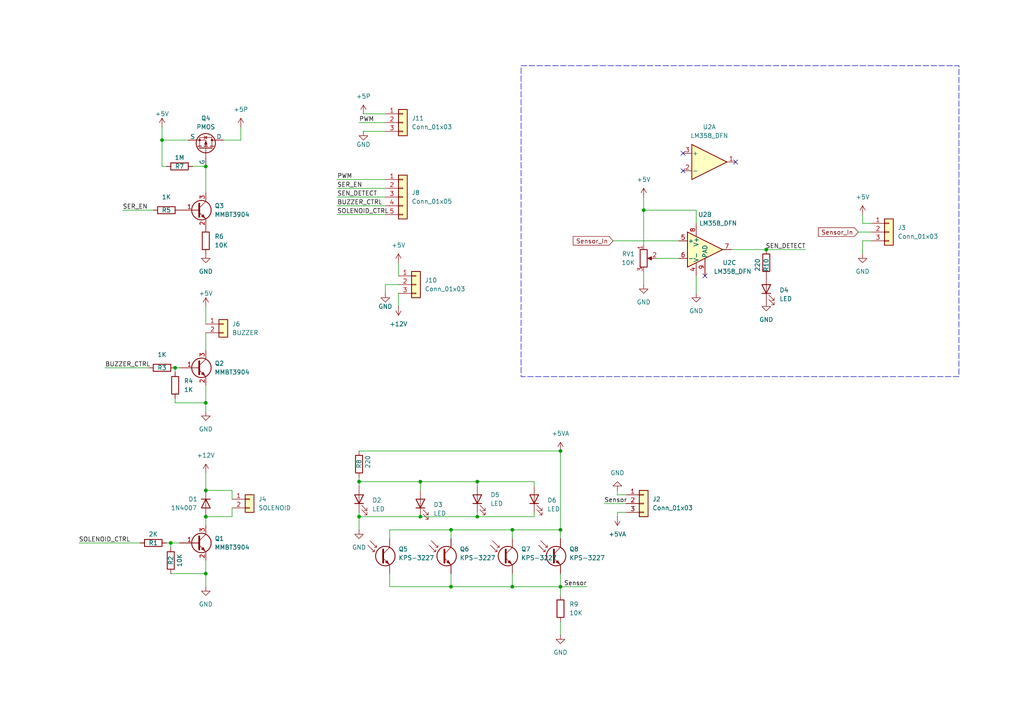
<source format=kicad_sch>
(kicad_sch (version 20231120) (generator "eeschema") (generator_version "8.0")
  (paper "A4")
  (lib_symbols
    (symbol "+5V_1" (power) (pin_numbers hide) (pin_names (offset 0) hide)
      (property "Value" "+5V" (at 0 3.556 0))
      (symbol "+5V_1_0_1"
        (polyline (pts (xy -0.762 1.27) (xy 0 2.54)))
        (polyline (pts (xy 0 0) (xy 0 2.54)))
        (polyline (pts (xy 0 2.54) (xy 0.762 1.27)))
      )
      (symbol "+5V_1_1_1"
        (pin power_in line (at 0 0 90) (length 0) (name "~") (number "1"))
      )
    )
    (symbol "Amplifier_Operational:LM358_DFN" (pin_names (offset 0.127))
      (property "Reference" "U" (at 0 5.08 0))
      (property "Value" "LM358_DFN" (at 0 -5.08 0))
      (symbol "LM358_DFN_1_1"
        (polyline (pts (xy -5.08 5.08) (xy 5.08 0) (xy -5.08 -5.08) (xy -5.08 5.08)) (stroke (width 0.254)) (fill (type background)))
        (pin output line (at 7.62 0 180) (length 2.54) (name "~") (number "1"))
        (pin input line (at -7.62 -2.54 0) (length 2.54) (name "-") (number "2"))
        (pin input line (at -7.62 2.54 0) (length 2.54) (name "+") (number "3"))
      )
      (symbol "LM358_DFN_2_1"
        (polyline (pts (xy -5.08 5.08) (xy 5.08 0) (xy -5.08 -5.08) (xy -5.08 5.08)) (stroke (width 0.254)) (fill (type background)))
        (pin input line (at -7.62 2.54 0) (length 2.54) (name "+") (number "5"))
        (pin input line (at -7.62 -2.54 0) (length 2.54) (name "-") (number "6"))
        (pin output line (at 7.62 0 180) (length 2.54) (name "~") (number "7"))
      )
      (symbol "LM358_DFN_3_1"
        (pin power_in line (at -2.54 -7.62 90) (length 3.81) (name "V-") (number "4"))
        (pin power_in line (at -2.54 7.62 270) (length 3.81) (name "V+") (number "8"))
        (pin power_in line (at 0 -7.62 90) (length 5.08) (name "PAD") (number "9"))
      )
    )
    (symbol "Connector_Generic:Conn_01x02" (pin_names (offset 1.016) hide)
      (property "Reference" "J" (at 0 2.54 0))
      (property "Value" "Conn_01x02" (at 0 -5.08 0))
      (symbol "Conn_01x02_1_1"
        (rectangle (start -1.27 -2.413) (end 0 -2.667) (stroke (width 0.1524)))
        (rectangle (start -1.27 0.127) (end 0 -0.127) (stroke (width 0.1524)))
        (rectangle (start -1.27 1.27) (end 1.27 -3.81) (stroke (width 0.254)) (fill (type background)))
        (pin passive line (at -5.08 0 0) (length 3.81) (name "Pin_1") (number "1"))
        (pin passive line (at -5.08 -2.54 0) (length 3.81) (name "Pin_2") (number "2"))
      )
    )
    (symbol "Connector_Generic:Conn_01x03" (pin_names (offset 1.016) hide)
      (property "Reference" "J" (at 0 5.08 0))
      (property "Value" "Conn_01x03" (at 0 -5.08 0))
      (symbol "Conn_01x03_1_1"
        (rectangle (start -1.27 -2.413) (end 0 -2.667) (stroke (width 0.1524)))
        (rectangle (start -1.27 0.127) (end 0 -0.127) (stroke (width 0.1524)))
        (rectangle (start -1.27 2.667) (end 0 2.413) (stroke (width 0.1524)))
        (rectangle (start -1.27 3.81) (end 1.27 -3.81) (stroke (width 0.254)) (fill (type background)))
        (pin passive line (at -5.08 2.54 0) (length 3.81) (name "Pin_1") (number "1"))
        (pin passive line (at -5.08 0 0) (length 3.81) (name "Pin_2") (number "2"))
        (pin passive line (at -5.08 -2.54 0) (length 3.81) (name "Pin_3") (number "3"))
      )
    )
    (symbol "Connector_Generic:Conn_01x05" (pin_names (offset 1.016) hide)
      (property "Reference" "J" (at 0 7.62 0))
      (property "Value" "Conn_01x05" (at 0 -7.62 0))
      (symbol "Conn_01x05_1_1"
        (rectangle (start -1.27 -4.953) (end 0 -5.207) (stroke (width 0.1524)))
        (rectangle (start -1.27 -2.413) (end 0 -2.667) (stroke (width 0.1524)))
        (rectangle (start -1.27 0.127) (end 0 -0.127) (stroke (width 0.1524)))
        (rectangle (start -1.27 2.667) (end 0 2.413) (stroke (width 0.1524)))
        (rectangle (start -1.27 5.207) (end 0 4.953) (stroke (width 0.1524)))
        (rectangle (start -1.27 6.35) (end 1.27 -6.35) (stroke (width 0.254)) (fill (type background)))
        (pin passive line (at -5.08 5.08 0) (length 3.81) (name "Pin_1") (number "1"))
        (pin passive line (at -5.08 2.54 0) (length 3.81) (name "Pin_2") (number "2"))
        (pin passive line (at -5.08 0 0) (length 3.81) (name "Pin_3") (number "3"))
        (pin passive line (at -5.08 -2.54 0) (length 3.81) (name "Pin_4") (number "4"))
        (pin passive line (at -5.08 -5.08 0) (length 3.81) (name "Pin_5") (number "5"))
      )
    )
    (symbol "Device:LED" (pin_numbers hide) (pin_names (offset 1.016) hide)
      (property "Reference" "D" (at 0 2.54 0))
      (property "Value" "LED" (at 0 -2.54 0))
      (symbol "LED_0_1"
        (polyline (pts (xy -1.27 -1.27) (xy -1.27 1.27)) (stroke (width 0.254)))
        (polyline (pts (xy -1.27 0) (xy 1.27 0)))
        (polyline (pts (xy 1.27 -1.27) (xy 1.27 1.27) (xy -1.27 0) (xy 1.27 -1.27)) (stroke (width 0.254)))
        (polyline (pts (xy -3.048 -0.762) (xy -4.572 -2.286) (xy -3.81 -2.286) (xy -4.572 -2.286) (xy -4.572 -1.524)))
        (polyline (pts (xy -1.778 -0.762) (xy -3.302 -2.286) (xy -2.54 -2.286) (xy -3.302 -2.286) (xy -3.302 -1.524)))
      )
      (symbol "LED_1_1"
        (pin passive line (at -3.81 0 0) (length 2.54) (name "K") (number "1"))
        (pin passive line (at 3.81 0 180) (length 2.54) (name "A") (number "2"))
      )
    )
    (symbol "Device:R" (pin_numbers hide) (pin_names (offset 0))
      (property "Reference" "R" (at 2.032 0 90))
      (property "Value" "R" (at 0 0 90))
      (symbol "R_0_1"
        (rectangle (start -1.016 -2.54) (end 1.016 2.54) (stroke (width 0.254)))
      )
      (symbol "R_1_1"
        (pin passive line (at 0 3.81 270) (length 1.27) (name "~") (number "1"))
        (pin passive line (at 0 -3.81 90) (length 1.27) (name "~") (number "2"))
      )
    )
    (symbol "Device:R_Potentiometer" (pin_names (offset 1.016) hide)
      (property "Reference" "RV" (at -4.445 0 90))
      (property "Value" "R_Potentiometer" (at -2.54 0 90))
      (symbol "R_Potentiometer_0_1"
        (polyline (pts (xy 2.54 0) (xy 1.524 0)))
        (polyline (pts (xy 1.143 0) (xy 2.286 0.508) (xy 2.286 -0.508) (xy 1.143 0)) (fill (type outline)))
        (rectangle (start 1.016 2.54) (end -1.016 -2.54) (stroke (width 0.254)))
      )
      (symbol "R_Potentiometer_1_1"
        (pin passive line (at 0 3.81 270) (length 1.27) (name "1") (number "1"))
        (pin passive line (at 3.81 0 180) (length 1.27) (name "2") (number "2"))
        (pin passive line (at 0 -3.81 90) (length 1.27) (name "3") (number "3"))
      )
    )
    (symbol "Diode:1N4007" (pin_numbers hide) (pin_names hide)
      (property "Reference" "D" (at 0 2.54 0))
      (property "Value" "1N4007" (at 0 -2.54 0))
      (symbol "1N4007_0_1"
        (polyline (pts (xy -1.27 1.27) (xy -1.27 -1.27)) (stroke (width 0.254)))
        (polyline (pts (xy 1.27 0) (xy -1.27 0)))
        (polyline (pts (xy 1.27 1.27) (xy 1.27 -1.27) (xy -1.27 0) (xy 1.27 1.27)) (stroke (width 0.254)))
      )
      (symbol "1N4007_1_1"
        (pin passive line (at -3.81 0 0) (length 2.54) (name "K") (number "1"))
        (pin passive line (at 3.81 0 180) (length 2.54) (name "A") (number "2"))
      )
    )
    (symbol "Sensor_Optical:KPS-3227" (pin_numbers hide)
      (property "Reference" "Q" (at 3.81 1.27 0))
      (property "Value" "KPS-3227" (at 7.62 -1.27 0))
      (symbol "KPS-3227_1_1"
        (circle (center -1.27 0) (radius 2.8194) (stroke (width 0.254)))
        (polyline (pts (xy -4.445 1.27) (xy -5.08 1.27)))
        (polyline (pts (xy -3.81 2.54) (xy -4.445 2.54)))
        (polyline (pts (xy -1.905 0.635) (xy 0 2.54)))
        (polyline (pts (xy -6.35 3.175) (xy -4.445 1.27) (xy -4.445 1.905)))
        (polyline (pts (xy -5.715 4.445) (xy -3.81 2.54) (xy -3.81 3.175)))
        (polyline (pts (xy -1.905 -0.635) (xy 0 -2.54) (xy 0 -2.54)))
        (polyline (pts (xy -1.905 1.905) (xy -1.905 -1.905) (xy -1.905 -1.905)) (stroke (width 0.508)))
        (polyline (pts (xy -1.27 -1.778) (xy -0.762 -1.27) (xy -0.254 -2.286) (xy -1.27 -1.778) (xy -1.27 -1.778)) (fill (type outline)))
        (pin passive line (at 0 5.08 270) (length 2.54) (name "~") (number "1"))
        (pin passive line (at 0 -5.08 90) (length 2.54) (name "~") (number "2"))
        (pin passive line (at 0 5.08 270) (length 2.54) hide (name "~") (number "3"))
        (pin passive line (at 0 -5.08 90) (length 2.54) hide (name "~") (number "4"))
      )
    )
    (symbol "Simulation_SPICE:PMOS" (pin_numbers hide) (pin_names (offset 0))
      (property "Reference" "Q" (at 5.08 1.27 0))
      (property "Value" "PMOS" (at 5.08 -1.27 0))
      (symbol "PMOS_0_1"
        (polyline (pts (xy 0.254 0) (xy -2.54 0)))
        (polyline (pts (xy 0.254 1.905) (xy 0.254 -1.905)) (stroke (width 0.254)))
        (polyline (pts (xy 0.762 -1.27) (xy 0.762 -2.286)) (stroke (width 0.254)))
        (polyline (pts (xy 0.762 0.508) (xy 0.762 -0.508)) (stroke (width 0.254)))
        (polyline (pts (xy 0.762 2.286) (xy 0.762 1.27)) (stroke (width 0.254)))
        (polyline (pts (xy 2.54 2.54) (xy 2.54 1.778)))
        (polyline (pts (xy 2.54 -2.54) (xy 2.54 0) (xy 0.762 0)))
        (polyline (pts (xy 0.762 1.778) (xy 3.302 1.778) (xy 3.302 -1.778) (xy 0.762 -1.778)))
        (polyline (pts (xy 2.286 0) (xy 1.27 0.381) (xy 1.27 -0.381) (xy 2.286 0)) (fill (type outline)))
        (polyline (pts (xy 2.794 -0.508) (xy 2.921 -0.381) (xy 3.683 -0.381) (xy 3.81 -0.254)))
        (polyline (pts (xy 3.302 -0.381) (xy 2.921 0.254) (xy 3.683 0.254) (xy 3.302 -0.381)))
        (circle (center 1.651 0) (radius 2.794) (stroke (width 0.254)))
        (circle (center 2.54 -1.778) (radius 0.254) (fill (type outline)))
        (circle (center 2.54 1.778) (radius 0.254) (fill (type outline)))
      )
      (symbol "PMOS_1_1"
        (pin passive line (at 2.54 5.08 270) (length 2.54) (name "D") (number "1"))
        (pin input line (at -5.08 0 0) (length 2.54) (name "G") (number "2"))
        (pin passive line (at 2.54 -5.08 90) (length 2.54) (name "S") (number "3"))
      )
    )
    (symbol "Transistor_BJT:MMBT3904" (pin_names (offset 0) hide)
      (property "Reference" "Q" (at 5.08 1.905 0))
      (property "Value" "MMBT3904" (at 5.08 0 0))
      (symbol "MMBT3904_0_1"
        (polyline (pts (xy 0.635 0.635) (xy 2.54 2.54)))
        (polyline (pts (xy 0.635 -0.635) (xy 2.54 -2.54) (xy 2.54 -2.54)))
        (polyline (pts (xy 0.635 1.905) (xy 0.635 -1.905) (xy 0.635 -1.905)) (stroke (width 0.508)))
        (polyline (pts (xy 1.27 -1.778) (xy 1.778 -1.27) (xy 2.286 -2.286) (xy 1.27 -1.778) (xy 1.27 -1.778)) (fill (type outline)))
        (circle (center 1.27 0) (radius 2.8194) (stroke (width 0.254)))
      )
      (symbol "MMBT3904_1_1"
        (pin input line (at -5.08 0 0) (length 5.715) (name "B") (number "1"))
        (pin passive line (at 2.54 -5.08 90) (length 2.54) (name "E") (number "2"))
        (pin passive line (at 2.54 5.08 270) (length 2.54) (name "C") (number "3"))
      )
    )
    (symbol "power:+12V" (power) (pin_numbers hide) (pin_names (offset 0) hide)
      (property "Value" "+12V" (at 0 3.556 0))
      (symbol "+12V_0_1"
        (polyline (pts (xy -0.762 1.27) (xy 0 2.54)))
        (polyline (pts (xy 0 0) (xy 0 2.54)))
        (polyline (pts (xy 0 2.54) (xy 0.762 1.27)))
      )
      (symbol "+12V_1_1"
        (pin power_in line (at 0 0 90) (length 0) (name "~") (number "1"))
      )
    )
    (symbol "power:+5P" (power) (pin_numbers hide) (pin_names (offset 0) hide)
      (property "Value" "+5P" (at 0 3.556 0))
      (symbol "+5P_0_1"
        (polyline (pts (xy -0.762 1.27) (xy 0 2.54)))
        (polyline (pts (xy 0 0) (xy 0 2.54)))
        (polyline (pts (xy 0 2.54) (xy 0.762 1.27)))
      )
      (symbol "+5P_1_1"
        (pin power_in line (at 0 0 90) (length 0) (name "~") (number "1"))
      )
    )
    (symbol "power:+5V" (power) (pin_numbers hide) (pin_names (offset 0) hide)
      (property "Value" "+5V" (at 0 3.556 0))
      (symbol "+5V_0_1"
        (polyline (pts (xy -0.762 1.27) (xy 0 2.54)))
        (polyline (pts (xy 0 0) (xy 0 2.54)))
        (polyline (pts (xy 0 2.54) (xy 0.762 1.27)))
      )
      (symbol "+5V_1_1"
        (pin power_in line (at 0 0 90) (length 0) (name "~") (number "1"))
      )
    )
    (symbol "power:+5VA" (power) (pin_numbers hide) (pin_names (offset 0) hide)
      (property "Value" "+5VA" (at 0 3.556 0))
      (symbol "+5VA_0_1"
        (polyline (pts (xy -0.762 1.27) (xy 0 2.54)))
        (polyline (pts (xy 0 0) (xy 0 2.54)))
        (polyline (pts (xy 0 2.54) (xy 0.762 1.27)))
      )
      (symbol "+5VA_1_1"
        (pin power_in line (at 0 0 90) (length 0) (name "~") (number "1"))
      )
    )
    (symbol "power:GND" (power) (pin_numbers hide) (pin_names (offset 0) hide)
      (property "Value" "GND" (at 0 -3.81 0))
      (symbol "GND_0_1"
        (polyline (pts (xy 0 0) (xy 0 -1.27) (xy 1.27 -1.27) (xy 0 -2.54) (xy -1.27 -1.27) (xy 0 -1.27)))
      )
      (symbol "GND_1_1"
        (pin power_in line (at 0 0 270) (length 0) (name "~") (number "1"))
      )
    )
  )
  (junction (at 130.81 170.18))
  (junction (at 148.59 170.18))
  (junction (at 50.8 106.68))
  (junction (at 121.92 139.7))
  (junction (at 59.69 166.37))
  (junction (at 186.69 60.96))
  (junction (at 121.92 149.86))
  (junction (at 59.69 142.24))
  (junction (at 148.59 153.67))
  (junction (at 104.14 149.86))
  (junction (at 59.69 48.26))
  (junction (at 162.56 130.81))
  (junction (at 130.81 153.67))
  (junction (at 46.99 40.64))
  (junction (at 138.43 149.86))
  (junction (at 138.43 139.7))
  (junction (at 162.56 153.67))
  (junction (at 49.53 157.48))
  (junction (at 59.69 116.84))
  (junction (at 59.69 149.86))
  (junction (at 162.56 170.18))
  (junction (at 222.25 72.39))
  (junction (at 104.14 139.7))
  (no_connect (at 198.12 49.53))
  (no_connect (at 213.36 46.99))
  (no_connect (at 198.12 44.45))
  (no_connect (at 204.47 80.01))
  (wire (pts (xy 201.93 60.96) (xy 186.69 60.96)))
  (wire (pts (xy 105.41 38.1) (xy 111.76 38.1)))
  (wire (pts (xy 186.69 57.15) (xy 186.69 60.96)))
  (wire (pts (xy 186.69 60.96) (xy 186.69 71.12)))
  (wire (pts (xy 104.14 138.43) (xy 104.14 139.7)))
  (wire (pts (xy 130.81 170.18) (xy 148.59 170.18)))
  (wire (pts (xy 59.69 137.16) (xy 59.69 142.24)))
  (wire (pts (xy 104.14 148.59) (xy 104.14 149.86)))
  (wire (pts (xy 248.92 67.31) (xy 252.73 67.31)))
  (wire (pts (xy 148.59 153.67) (xy 148.59 156.21)))
  (wire (pts (xy 115.57 88.9) (xy 115.57 85.09)))
  (wire (pts (xy 69.85 36.83) (xy 69.85 40.64)))
  (wire (pts (xy 179.07 148.59) (xy 179.07 149.86)))
  (wire (pts (xy 121.92 149.86) (xy 138.43 149.86)))
  (wire (pts (xy 252.73 69.85) (xy 250.19 69.85)))
  (wire (pts (xy 97.79 52.07) (xy 111.76 52.07)))
  (wire (pts (xy 162.56 153.67) (xy 162.56 156.21)))
  (wire (pts (xy 104.14 35.56) (xy 111.76 35.56)))
  (wire (pts (xy 49.53 157.48) (xy 52.07 157.48)))
  (wire (pts (xy 130.81 153.67) (xy 130.81 156.21)))
  (wire (pts (xy 148.59 166.37) (xy 148.59 170.18)))
  (wire (pts (xy 97.79 62.23) (xy 111.76 62.23)))
  (wire (pts (xy 35.56 60.96) (xy 44.45 60.96)))
  (wire (pts (xy 154.94 139.7) (xy 154.94 140.97)))
  (wire (pts (xy 113.03 170.18) (xy 130.81 170.18)))
  (wire (pts (xy 111.76 82.55) (xy 115.57 82.55)))
  (wire (pts (xy 22.86 157.48) (xy 40.64 157.48)))
  (wire (pts (xy 121.92 139.7) (xy 121.92 142.24)))
  (wire (pts (xy 233.68 72.39) (xy 222.25 72.39)))
  (wire (pts (xy 46.99 48.26) (xy 46.99 40.64)))
  (wire (pts (xy 130.81 153.67) (xy 148.59 153.67)))
  (wire (pts (xy 104.14 149.86) (xy 104.14 153.67)))
  (wire (pts (xy 250.19 64.77) (xy 252.73 64.77)))
  (wire (pts (xy 113.03 153.67) (xy 130.81 153.67)))
  (wire (pts (xy 67.31 147.32) (xy 67.31 149.86)))
  (wire (pts (xy 148.59 153.67) (xy 162.56 153.67)))
  (wire (pts (xy 179.07 142.24) (xy 179.07 143.51)))
  (wire (pts (xy 48.26 157.48) (xy 49.53 157.48)))
  (wire (pts (xy 46.99 40.64) (xy 54.61 40.64)))
  (wire (pts (xy 154.94 149.86) (xy 154.94 148.59)))
  (wire (pts (xy 59.69 96.52) (xy 59.69 101.6)))
  (wire (pts (xy 201.93 80.01) (xy 201.93 85.09)))
  (wire (pts (xy 55.88 48.26) (xy 59.69 48.26)))
  (wire (pts (xy 50.8 106.68) (xy 52.07 106.68)))
  (wire (pts (xy 50.8 107.95) (xy 50.8 106.68)))
  (wire (pts (xy 113.03 170.18) (xy 113.03 166.37)))
  (wire (pts (xy 190.5 74.93) (xy 196.85 74.93)))
  (wire (pts (xy 121.92 139.7) (xy 138.43 139.7)))
  (wire (pts (xy 49.53 158.75) (xy 49.53 157.48)))
  (wire (pts (xy 250.19 62.23) (xy 250.19 64.77)))
  (wire (pts (xy 97.79 59.69) (xy 111.76 59.69)))
  (wire (pts (xy 59.69 88.9) (xy 59.69 93.98)))
  (wire (pts (xy 115.57 76.2) (xy 115.57 80.01)))
  (wire (pts (xy 67.31 142.24) (xy 67.31 144.78)))
  (wire (pts (xy 59.69 149.86) (xy 67.31 149.86)))
  (wire (pts (xy 50.8 115.57) (xy 50.8 116.84)))
  (wire (pts (xy 59.69 142.24) (xy 67.31 142.24)))
  (wire (pts (xy 250.19 69.85) (xy 250.19 73.66)))
  (wire (pts (xy 104.14 149.86) (xy 121.92 149.86)))
  (wire (pts (xy 162.56 130.81) (xy 162.56 153.67)))
  (wire (pts (xy 104.14 139.7) (xy 104.14 140.97)))
  (wire (pts (xy 104.14 130.81) (xy 162.56 130.81)))
  (wire (pts (xy 49.53 166.37) (xy 59.69 166.37)))
  (wire (pts (xy 175.26 146.05) (xy 181.61 146.05)))
  (wire (pts (xy 104.14 139.7) (xy 121.92 139.7)))
  (wire (pts (xy 181.61 148.59) (xy 179.07 148.59)))
  (wire (pts (xy 59.69 48.26) (xy 59.69 55.88)))
  (wire (pts (xy 59.69 162.56) (xy 59.69 166.37)))
  (wire (pts (xy 162.56 170.18) (xy 162.56 172.72)))
  (wire (pts (xy 162.56 170.18) (xy 170.18 170.18)))
  (wire (pts (xy 64.77 40.64) (xy 69.85 40.64)))
  (wire (pts (xy 113.03 153.67) (xy 113.03 156.21)))
  (wire (pts (xy 59.69 116.84) (xy 59.69 111.76)))
  (wire (pts (xy 111.76 82.55) (xy 111.76 85.09)))
  (wire (pts (xy 201.93 60.96) (xy 201.93 64.77)))
  (wire (pts (xy 138.43 148.59) (xy 138.43 149.86)))
  (wire (pts (xy 46.99 48.26) (xy 48.26 48.26)))
  (wire (pts (xy 97.79 54.61) (xy 111.76 54.61)))
  (wire (pts (xy 186.69 78.74) (xy 186.69 82.55)))
  (wire (pts (xy 59.69 116.84) (xy 59.69 119.38)))
  (wire (pts (xy 138.43 139.7) (xy 138.43 140.97)))
  (wire (pts (xy 105.41 33.02) (xy 111.76 33.02)))
  (wire (pts (xy 212.09 72.39) (xy 222.25 72.39)))
  (wire (pts (xy 148.59 170.18) (xy 162.56 170.18)))
  (wire (pts (xy 30.48 106.68) (xy 43.18 106.68)))
  (wire (pts (xy 138.43 139.7) (xy 154.94 139.7)))
  (wire (pts (xy 162.56 180.34) (xy 162.56 184.15)))
  (wire (pts (xy 179.07 143.51) (xy 181.61 143.51)))
  (wire (pts (xy 162.56 166.37) (xy 162.56 170.18)))
  (wire (pts (xy 138.43 149.86) (xy 154.94 149.86)))
  (wire (pts (xy 177.8 69.85) (xy 196.85 69.85)))
  (wire (pts (xy 111.76 57.15) (xy 97.79 57.15)))
  (wire (pts (xy 46.99 36.83) (xy 46.99 40.64)))
  (wire (pts (xy 59.69 166.37) (xy 59.69 170.18)))
  (wire (pts (xy 59.69 149.86) (xy 59.69 152.4)))
  (wire (pts (xy 50.8 116.84) (xy 59.69 116.84)))
  (wire (pts (xy 130.81 166.37) (xy 130.81 170.18)))
  (rectangle (start 151.13 19.05) (end 278.13 109.22) (stroke (width 0) (type dash)))
  (label "SER_EN" (at 35.56 60.96 0))
  (label "BUZZER_CTRL" (at 30.48 106.68 0))
  (label "BUZZER_CTRL" (at 97.79 59.69 0))
  (label "PWM" (at 104.14 35.56 0))
  (label "Sensor" (at 175.26 146.05 0))
  (label "SER_EN" (at 97.79 54.61 0))
  (label "SOLENOID_CTRL" (at 97.79 62.23 0))
  (label "SEN_DETECT" (at 233.68 72.39 180))
  (label "SOLENOID_CTRL" (at 22.86 157.48 0))
  (label "PWM" (at 97.79 52.07 0))
  (label "SEN_DETECT" (at 97.79 57.15 0))
  (label "Sensor" (at 170.18 170.18 180))
  (global_label "Sensor_In" (shape input) (at 177.8 69.85 180) (property "Intersheetrefs" "${INTERSHEET_REFS}" (effects (hide yes))))
  (global_label "Sensor_In" (shape input) (at 248.92 67.31 180) (property "Intersheetrefs" "${INTERSHEET_REFS}" (effects (hide yes))))
  (symbol (lib_id "power:GND") (at 59.69 119.38 0) (unit 1)
    (property "Reference" "#PWR08" (effects (hide yes)))
    (property "Value" "GND" (at 59.69 124.46 0))
    (property "Description" "Power symbol creates a global label with name \"GND\" , ground" (effects (hide yes)))
  )
  (symbol (lib_id "Connector_Generic:Conn_01x03") (at 186.69 146.05 0) (unit 1)
    (property "Reference" "J2" (at 189.23 144.7799 0) (effects (justify left)))
    (property "Value" "Conn_01x03" (at 189.23 147.3199 0) (effects (justify left)))
    (property "Footprint" "Connector_JST:JST_XH_S3B-XH-A-1_1x03_P2.50mm_Horizontal" (effects (hide yes)))
    (property "Description" "Generic connector, single row, 01x03, script generated (kicad-library-utils/schlib/autogen/connector/)" (effects (hide yes)))
  )
  (symbol (lib_id "Sensor_Optical:KPS-3227") (at 162.56 161.29 0) (unit 1)
    (property "Reference" "Q8" (at 165.1 159.2706 0) (effects (justify left)))
    (property "Value" "KPS-3227" (at 165.1 161.8106 0) (effects (justify left)))
    (property "Footprint" "LED_SMD:LED_1206_3216Metric" (effects (hide yes)))
    (property "Datasheet" "https://www.kingbright.com/attachments/file/psearch/000/00/00/KPS-3227SP1C(Ver.16).pdf" (effects (hide yes)))
    (property "Description" "Ambient light NPN phototransistor, KPS-3227" (effects (hide yes)))
  )
  (symbol (lib_id "Device:R_Potentiometer") (at 186.69 74.93 0) (unit 1)
    (property "Reference" "RV1" (at 184.15 73.6599 0) (effects (justify right)))
    (property "Value" "10K" (at 184.15 76.1999 0) (effects (justify right)))
    (property "Footprint" "Potentiometer_THT:Potentiometer_Piher_PT-6-V_Vertical" (effects (hide yes)))
    (property "Description" "Potentiometer" (effects (hide yes)))
  )
  (symbol (lib_id "power:GND") (at 59.69 73.66 0) (unit 1)
    (property "Reference" "#PWR014" (effects (hide yes)))
    (property "Value" "GND" (at 59.69 78.74 0))
    (property "Description" "Power symbol creates a global label with name \"GND\" , ground" (effects (hide yes)))
  )
  (symbol (lib_id "Device:R") (at 49.53 162.56 180) (unit 1)
    (property "Reference" "R2" (at 49.53 162.56 90))
    (property "Value" "10K" (at 52.07 162.56 90))
    (property "Footprint" "Resistor_SMD:R_0603_1608Metric" (effects (hide yes)))
    (property "Description" "Resistor" (effects (hide yes)))
  )
  (symbol (lib_id "Device:R") (at 50.8 111.76 180) (unit 1)
    (property "Reference" "R4" (at 53.34 110.49 0) (effects (justify right)))
    (property "Value" "1K" (at 53.34 113.0299 0) (effects (justify right)))
    (property "Footprint" "Resistor_SMD:R_0603_1608Metric" (effects (hide yes)))
    (property "Description" "Resistor" (effects (hide yes)))
  )
  (symbol (lib_id "Connector_Generic:Conn_01x05") (at 116.84 57.15 0) (unit 1)
    (property "Reference" "J8" (at 119.38 55.8799 0) (effects (justify left)))
    (property "Value" "Conn_01x05" (at 119.38 58.4199 0) (effects (justify left)))
    (property "Footprint" "Connector_PinHeader_2.54mm:PinHeader_1x05_P2.54mm_Vertical" (effects (hide yes)))
    (property "Description" "Generic connector, single row, 01x05, script generated (kicad-library-utils/schlib/autogen/connector/)" (effects (hide yes)))
  )
  (symbol (lib_id "power:GND") (at 222.25 87.63 0) (unit 1)
    (property "Reference" "#PWR022" (effects (hide yes)))
    (property "Value" "GND" (at 222.25 92.71 0))
    (property "Description" "Power symbol creates a global label with name \"GND\" , ground" (effects (hide yes)))
  )
  (symbol (lib_id "Connector_Generic:Conn_01x02") (at 72.39 144.78 0) (unit 1)
    (property "Reference" "J4" (at 74.93 144.7799 0) (effects (justify left)))
    (property "Value" "SOLENOID" (at 74.93 147.3199 0) (effects (justify left)))
    (property "Footprint" "Connector_Molex:Molex_KK-254_AE-6410-02A_1x02_P2.54mm_Vertical" (effects (hide yes)))
    (property "Description" "Generic connector, single row, 01x02, script generated (kicad-library-utils/schlib/autogen/connector/)" (effects (hide yes)))
  )
  (symbol (lib_id "Device:R") (at 162.56 176.53 180) (unit 1)
    (property "Reference" "R9" (at 165.1 175.26 0) (effects (justify right)))
    (property "Value" "10K" (at 165.1 177.7999 0) (effects (justify right)))
    (property "Footprint" "Resistor_SMD:R_0603_1608Metric" (effects (hide yes)))
    (property "Description" "Resistor" (effects (hide yes)))
  )
  (symbol (lib_name "+5V_1") (lib_id "power:+5V") (at 115.57 76.2 0) (unit 1)
    (property "Reference" "#PWR056" (effects (hide yes)))
    (property "Value" "+5V" (at 115.57 71.12 0))
    (property "Description" "Power symbol creates a global label with name \"+5V\"" (effects (hide yes)))
  )
  (symbol (lib_id "power:+5V") (at 186.69 57.15 0) (unit 1)
    (property "Reference" "#PWR018" (effects (hide yes)))
    (property "Value" "+5V" (at 186.69 52.07 0))
    (property "Description" "Power symbol creates a global label with name \"+5V\"" (effects (hide yes)))
  )
  (symbol (lib_id "power:+12V") (at 59.69 137.16 0) (unit 1)
    (property "Reference" "#PWR04" (effects (hide yes)))
    (property "Value" "+12V" (at 59.69 132.08 0))
    (property "Description" "Power symbol creates a global label with name \"+12V\"" (effects (hide yes)))
  )
  (symbol (lib_id "Device:R") (at 44.45 157.48 90) (unit 1)
    (property "Reference" "R1" (at 44.45 157.48 90))
    (property "Value" "2K" (at 44.45 154.94 90))
    (property "Footprint" "Resistor_SMD:R_0603_1608Metric" (effects (hide yes)))
    (property "Description" "Resistor" (effects (hide yes)))
  )
  (symbol (lib_id "Device:R") (at 46.99 106.68 90) (unit 1)
    (property "Reference" "R3" (at 46.99 106.68 90))
    (property "Value" "1K" (at 46.99 102.87 90))
    (property "Footprint" "Resistor_SMD:R_0603_1608Metric" (effects (hide yes)))
    (property "Description" "Resistor" (effects (hide yes)))
  )
  (symbol (lib_id "power:GND") (at 179.07 142.24 180) (unit 1)
    (property "Reference" "#PWR051" (effects (hide yes)))
    (property "Value" "GND" (at 179.07 137.16 0))
    (property "Description" "Power symbol creates a global label with name \"GND\" , ground" (effects (hide yes)))
  )
  (symbol (lib_id "power:+5V") (at 59.69 88.9 0) (unit 1)
    (property "Reference" "#PWR07" (effects (hide yes)))
    (property "Value" "+5V" (at 59.69 85.09 0))
    (property "Description" "Power symbol creates a global label with name \"+5V\"" (effects (hide yes)))
  )
  (symbol (lib_id "Device:LED") (at 138.43 144.78 90) (unit 1)
    (property "Reference" "D5" (at 142.24 143.51 90) (effects (justify right)))
    (property "Value" "LED" (at 142.24 146.05 90) (effects (justify right)))
    (property "Footprint" "LED_SMD:LED_1206_3216Metric" (effects (hide yes)))
    (property "Description" "Light emitting diode" (effects (hide yes)))
  )
  (symbol (lib_id "power:GND") (at 186.69 82.55 0) (unit 1)
    (property "Reference" "#PWR019" (effects (hide yes)))
    (property "Value" "GND" (at 186.69 87.63 0))
    (property "Description" "Power symbol creates a global label with name \"GND\" , ground" (effects (hide yes)))
  )
  (symbol (lib_id "Sensor_Optical:KPS-3227") (at 130.81 161.29 0) (unit 1)
    (property "Reference" "Q6" (at 133.35 159.2706 0) (effects (justify left)))
    (property "Value" "KPS-3227" (at 133.35 161.8106 0) (effects (justify left)))
    (property "Footprint" "LED_SMD:LED_1206_3216Metric" (effects (hide yes)))
    (property "Datasheet" "https://www.kingbright.com/attachments/file/psearch/000/00/00/KPS-3227SP1C(Ver.16).pdf" (effects (hide yes)))
    (property "Description" "Ambient light NPN phototransistor, KPS-3227" (effects (hide yes)))
  )
  (symbol (lib_id "Connector_Generic:Conn_01x03") (at 257.81 67.31 0) (unit 1)
    (property "Reference" "J3" (at 260.35 66.0399 0) (effects (justify left)))
    (property "Value" "Conn_01x03" (at 260.35 68.5799 0) (effects (justify left)))
    (property "Footprint" "Connector_JST:JST_XH_S3B-XH-A-1_1x03_P2.50mm_Horizontal" (effects (hide yes)))
    (property "Description" "Generic connector, single row, 01x03, script generated (kicad-library-utils/schlib/autogen/connector/)" (effects (hide yes)))
  )
  (symbol (lib_id "power:GND") (at 250.19 73.66 0) (unit 1)
    (property "Reference" "#PWR050" (effects (hide yes)))
    (property "Value" "GND" (at 250.19 78.74 0))
    (property "Description" "Power symbol creates a global label with name \"GND\" , ground" (effects (hide yes)))
  )
  (symbol (lib_id "Amplifier_Operational:LM358_DFN") (at 204.47 72.39 0) (unit 3)
    (property "Reference" "U2" (at 209.55 76.2 0) (effects (justify left)))
    (property "Value" "LM358_DFN" (at 207.01 78.74 0) (effects (justify left)))
    (property "Footprint" "Package_SO:SOIC-8-1EP_3.9x4.9mm_P1.27mm_EP2.29x3mm" (effects (hide yes)))
    (property "Datasheet" "www.st.com/resource/en/datasheet/lm358.pdf" (effects (hide yes)))
    (property "Description" "Low-Power, Dual Operational Amplifiers, DFN-8" (effects (hide yes)))
  )
  (symbol (lib_id "Transistor_BJT:MMBT3904") (at 57.15 106.68 0) (unit 1)
    (property "Reference" "Q2" (at 62.23 105.4099 0) (effects (justify left)))
    (property "Value" "MMBT3904" (at 62.23 107.9499 0) (effects (justify left)))
    (property "Footprint" "Package_TO_SOT_SMD:SOT-23" (effects (hide yes)))
    (property "Datasheet" "https://www.onsemi.com/pdf/datasheet/pzt3904-d.pdf" (effects (hide yes)))
    (property "Description" "0.2A Ic, 40V Vce, Small Signal NPN Transistor, SOT-23" (effects (hide yes)))
  )
  (symbol (lib_id "Device:R") (at 48.26 60.96 90) (unit 1)
    (property "Reference" "R5" (at 48.26 60.96 90))
    (property "Value" "1K" (at 48.26 57.15 90))
    (property "Footprint" "Resistor_SMD:R_0603_1608Metric" (effects (hide yes)))
    (property "Description" "Resistor" (effects (hide yes)))
  )
  (symbol (lib_id "Transistor_BJT:MMBT3904") (at 57.15 60.96 0) (unit 1)
    (property "Reference" "Q3" (at 62.23 59.6899 0) (effects (justify left)))
    (property "Value" "MMBT3904" (at 62.23 62.2299 0) (effects (justify left)))
    (property "Footprint" "Package_TO_SOT_SMD:SOT-23" (effects (hide yes)))
    (property "Datasheet" "https://www.onsemi.com/pdf/datasheet/pzt3904-d.pdf" (effects (hide yes)))
    (property "Description" "0.2A Ic, 40V Vce, Small Signal NPN Transistor, SOT-23" (effects (hide yes)))
  )
  (symbol (lib_id "Connector_Generic:Conn_01x02") (at 64.77 93.98 0) (unit 1)
    (property "Reference" "J6" (at 67.31 93.9799 0) (effects (justify left)))
    (property "Value" "BUZZER" (at 67.31 96.5199 0) (effects (justify left)))
    (property "Footprint" "Connector_Molex:Molex_KK-254_AE-6410-02A_1x02_P2.54mm_Vertical" (effects (hide yes)))
    (property "Description" "Generic connector, single row, 01x02, script generated (kicad-library-utils/schlib/autogen/connector/)" (effects (hide yes)))
  )
  (symbol (lib_id "Diode:1N4007") (at 59.69 146.05 270) (unit 1)
    (property "Reference" "D1" (at 54.61 144.78 90) (effects (justify left)))
    (property "Value" "1N4007" (at 49.53 147.32 90) (effects (justify left)))
    (property "Footprint" "Diode_THT:D_DO-41_SOD81_P10.16mm_Horizontal" (effects (hide yes)))
    (property "Datasheet" "http://www.vishay.com/docs/88503/1n4001.pdf" (effects (hide yes)))
    (property "Description" "1000V 1A General Purpose Rectifier Diode, DO-41" (effects (hide yes)))
    (property "Sim.Device" "D" (effects (hide yes)))
    (property "Sim.Pins" "1=K 2=A" (effects (hide yes)))
  )
  (symbol (lib_id "Sensor_Optical:KPS-3227") (at 113.03 161.29 0) (unit 1)
    (property "Reference" "Q5" (at 115.57 159.2706 0) (effects (justify left)))
    (property "Value" "KPS-3227" (at 115.57 161.8106 0) (effects (justify left)))
    (property "Footprint" "LED_SMD:LED_1206_3216Metric" (effects (hide yes)))
    (property "Datasheet" "https://www.kingbright.com/attachments/file/psearch/000/00/00/KPS-3227SP1C(Ver.16).pdf" (effects (hide yes)))
    (property "Description" "Ambient light NPN phototransistor, KPS-3227" (effects (hide yes)))
  )
  (symbol (lib_id "power:GND") (at 162.56 184.15 0) (unit 1)
    (property "Reference" "#PWR061" (effects (hide yes)))
    (property "Value" "GND" (at 162.56 189.23 0))
    (property "Description" "Power symbol creates a global label with name \"GND\" , ground" (effects (hide yes)))
  )
  (symbol (lib_id "Device:R") (at 222.25 76.2 0) (unit 1)
    (property "Reference" "R10" (at 222.25 74.93 90) (effects (justify right)))
    (property "Value" "220" (at 219.71 74.9301 90) (effects (justify right)))
    (property "Footprint" "Resistor_SMD:R_0603_1608Metric" (effects (hide yes)))
    (property "Description" "Resistor" (effects (hide yes)))
  )
  (symbol (lib_id "power:+5V") (at 250.19 62.23 0) (unit 1)
    (property "Reference" "#PWR049" (effects (hide yes)))
    (property "Value" "+5V" (at 250.19 57.15 0))
    (property "Description" "Power symbol creates a global label with name \"+5V\"" (effects (hide yes)))
  )
  (symbol (lib_id "Transistor_BJT:MMBT3904") (at 57.15 157.48 0) (unit 1)
    (property "Reference" "Q1" (at 62.23 156.2099 0) (effects (justify left)))
    (property "Value" "MMBT3904" (at 62.23 158.7499 0) (effects (justify left)))
    (property "Footprint" "Package_TO_SOT_SMD:SOT-23" (effects (hide yes)))
    (property "Datasheet" "https://www.onsemi.com/pdf/datasheet/pzt3904-d.pdf" (effects (hide yes)))
    (property "Description" "0.2A Ic, 40V Vce, Small Signal NPN Transistor, SOT-23" (effects (hide yes)))
  )
  (symbol (lib_id "power:GND") (at 104.14 153.67 0) (unit 1)
    (property "Reference" "#PWR048" (effects (hide yes)))
    (property "Value" "GND" (at 104.14 158.75 0))
    (property "Description" "Power symbol creates a global label with name \"GND\" , ground" (effects (hide yes)))
  )
  (symbol (lib_id "power:GND") (at 59.69 170.18 0) (unit 1)
    (property "Reference" "#PWR03" (effects (hide yes)))
    (property "Value" "GND" (at 59.69 175.26 0))
    (property "Description" "Power symbol creates a global label with name \"GND\" , ground" (effects (hide yes)))
  )
  (symbol (lib_id "power:+5P") (at 69.85 36.83 0) (unit 1)
    (property "Reference" "#PWR017" (effects (hide yes)))
    (property "Value" "+5P" (at 69.85 31.75 0))
    (property "Description" "Power symbol creates a global label with name \"+5P\"" (effects (hide yes)))
  )
  (symbol (lib_id "Device:R") (at 52.07 48.26 90) (unit 1)
    (property "Reference" "R7" (at 52.07 48.26 90))
    (property "Value" "1M" (at 52.07 45.72 90))
    (property "Footprint" "Resistor_SMD:R_0603_1608Metric" (effects (hide yes)))
    (property "Description" "Resistor" (effects (hide yes)))
  )
  (symbol (lib_id "Device:R") (at 59.69 69.85 180) (unit 1)
    (property "Reference" "R6" (at 62.23 68.58 0) (effects (justify right)))
    (property "Value" "10K" (at 62.23 71.1199 0) (effects (justify right)))
    (property "Footprint" "Resistor_SMD:R_0603_1608Metric" (effects (hide yes)))
    (property "Description" "Resistor" (effects (hide yes)))
  )
  (symbol (lib_id "Amplifier_Operational:LM358_DFN") (at 205.74 46.99 0) (unit 1)
    (property "Reference" "U2" (at 205.74 36.83 0))
    (property "Value" "LM358_DFN" (at 205.74 39.37 0))
    (property "Footprint" "Package_SO:SOIC-8-1EP_3.9x4.9mm_P1.27mm_EP2.29x3mm" (effects (hide yes)))
    (property "Datasheet" "www.st.com/resource/en/datasheet/lm358.pdf" (effects (hide yes)))
    (property "Description" "Low-Power, Dual Operational Amplifiers, DFN-8" (effects (hide yes)))
  )
  (symbol (lib_id "power:+5P") (at 105.41 33.02 0) (unit 1)
    (property "Reference" "#PWR059" (effects (hide yes)))
    (property "Value" "+5P" (at 105.41 27.94 0))
    (property "Description" "Power symbol creates a global label with name \"+5P\"" (effects (hide yes)))
  )
  (symbol (lib_id "Connector_Generic:Conn_01x03") (at 116.84 35.56 0) (unit 1)
    (property "Reference" "J11" (at 119.38 34.2899 0) (effects (justify left)))
    (property "Value" "Conn_01x03" (at 119.38 36.8299 0) (effects (justify left)))
    (property "Footprint" "Connector_Molex:Molex_KK-254_AE-6410-03A_1x03_P2.54mm_Vertical" (effects (hide yes)))
    (property "Description" "Generic connector, single row, 01x03, script generated (kicad-library-utils/schlib/autogen/connector/)" (effects (hide yes)))
  )
  (symbol (lib_id "power:GND") (at 201.93 85.09 0) (unit 1)
    (property "Reference" "#PWR021" (effects (hide yes)))
    (property "Value" "GND" (at 201.93 90.17 0))
    (property "Description" "Power symbol creates a global label with name \"GND\" , ground" (effects (hide yes)))
  )
  (symbol (lib_id "power:+5V") (at 46.99 36.83 0) (unit 1)
    (property "Reference" "#PWR015" (effects (hide yes)))
    (property "Value" "+5V" (at 46.99 33.02 0))
    (property "Description" "Power symbol creates a global label with name \"+5V\"" (effects (hide yes)))
  )
  (symbol (lib_id "power:+5VA") (at 179.07 149.86 0) (mirror x) (unit 1)
    (property "Reference" "#PWR020" (effects (hide yes)))
    (property "Value" "+5VA" (at 179.07 154.94 0))
    (property "Description" "Power symbol creates a global label with name \"+5VA\"" (effects (hide yes)))
  )
  (symbol (lib_id "Device:LED") (at 104.14 144.78 90) (unit 1)
    (property "Reference" "D2" (at 107.95 145.0974 90) (effects (justify right)))
    (property "Value" "LED" (at 107.95 147.6374 90) (effects (justify right)))
    (property "Footprint" "LED_SMD:LED_1206_3216Metric" (effects (hide yes)))
    (property "Description" "Light emitting diode" (effects (hide yes)))
  )
  (symbol (lib_id "Sensor_Optical:KPS-3227") (at 148.59 161.29 0) (unit 1)
    (property "Reference" "Q7" (at 151.13 159.2706 0) (effects (justify left)))
    (property "Value" "KPS-3227" (at 151.13 161.8106 0) (effects (justify left)))
    (property "Footprint" "LED_SMD:LED_1206_3216Metric" (effects (hide yes)))
    (property "Datasheet" "https://www.kingbright.com/attachments/file/psearch/000/00/00/KPS-3227SP1C(Ver.16).pdf" (effects (hide yes)))
    (property "Description" "Ambient light NPN phototransistor, KPS-3227" (effects (hide yes)))
  )
  (symbol (lib_id "Device:LED") (at 222.25 83.82 90) (unit 1)
    (property "Reference" "D4" (at 226.06 84.1374 90) (effects (justify right)))
    (property "Value" "LED" (at 226.06 86.6774 90) (effects (justify right)))
    (property "Footprint" "LED_SMD:LED_0603_1608Metric" (effects (hide yes)))
    (property "Description" "Light emitting diode" (effects (hide yes)))
  )
  (symbol (lib_id "Device:LED") (at 154.94 144.78 90) (unit 1)
    (property "Reference" "D6" (at 158.75 145.0974 90) (effects (justify right)))
    (property "Value" "LED" (at 158.75 147.6374 90) (effects (justify right)))
    (property "Footprint" "LED_SMD:LED_1206_3216Metric" (effects (hide yes)))
    (property "Description" "Light emitting diode" (effects (hide yes)))
  )
  (symbol (lib_id "power:GND") (at 105.41 38.1 0) (unit 1)
    (property "Reference" "#PWR060" (effects (hide yes)))
    (property "Value" "GND" (at 105.41 41.91 0))
    (property "Description" "Power symbol creates a global label with name \"GND\" , ground" (effects (hide yes)))
  )
  (symbol (lib_id "Simulation_SPICE:PMOS") (at 59.69 43.18 270) (mirror x) (unit 1)
    (property "Reference" "Q4" (at 59.69 34.29 90))
    (property "Value" "PMOS" (at 59.69 36.83 90))
    (property "Footprint" "Package_TO_SOT_SMD:SOT-23" (effects (hide yes)))
    (property "Datasheet" "https://ngspice.sourceforge.io/docs/ngspice-html-manual/manual.xhtml#cha_MOSFETs" (effects (hide yes)))
    (property "Description" "P-MOSFET transistor, drain/source/gate" (effects (hide yes)))
    (property "Sim.Device" "PMOS" (effects (hide yes)))
    (property "Sim.Type" "VDMOS" (effects (hide yes)))
    (property "Sim.Pins" "1=D 2=G 3=S" (effects (hide yes)))
  )
  (symbol (lib_id "power:+5VA") (at 162.56 130.81 0) (unit 1)
    (property "Reference" "#PWR052" (effects (hide yes)))
    (property "Value" "+5VA" (at 162.56 125.73 0))
    (property "Description" "Power symbol creates a global label with name \"+5VA\"" (effects (hide yes)))
  )
  (symbol (lib_id "Connector_Generic:Conn_01x03") (at 120.65 82.55 0) (unit 1)
    (property "Reference" "J10" (at 123.19 81.2799 0) (effects (justify left)))
    (property "Value" "Conn_01x03" (at 123.19 83.8199 0) (effects (justify left)))
    (property "Footprint" "Connector_Molex:Molex_KK-254_AE-6410-03A_1x03_P2.54mm_Vertical" (effects (hide yes)))
    (property "Description" "Generic connector, single row, 01x03, script generated (kicad-library-utils/schlib/autogen/connector/)" (effects (hide yes)))
  )
  (symbol (lib_id "power:GND") (at 111.76 85.09 0) (unit 1)
    (property "Reference" "#PWR057" (effects (hide yes)))
    (property "Value" "GND" (at 111.76 88.9 0))
    (property "Description" "Power symbol creates a global label with name \"GND\" , ground" (effects (hide yes)))
  )
  (symbol (lib_id "power:+12V") (at 115.57 88.9 180) (unit 1)
    (property "Reference" "#PWR058" (effects (hide yes)))
    (property "Value" "+12V" (at 115.57 93.98 0))
    (property "Description" "Power symbol creates a global label with name \"+12V\"" (effects (hide yes)))
  )
  (symbol (lib_id "Device:R") (at 104.14 134.62 180) (unit 1)
    (property "Reference" "R8" (at 104.14 135.89 90) (effects (justify right)))
    (property "Value" "220" (at 106.68 135.8899 90) (effects (justify right)))
    (property "Footprint" "Resistor_SMD:R_0603_1608Metric" (effects (hide yes)))
    (property "Description" "Resistor" (effects (hide yes)))
  )
  (symbol (lib_id "Device:LED") (at 121.92 146.05 90) (unit 1)
    (property "Reference" "D3" (at 125.73 146.3674 90) (effects (justify right)))
    (property "Value" "LED" (at 125.73 148.9074 90) (effects (justify right)))
    (property "Footprint" "LED_SMD:LED_1206_3216Metric" (effects (hide yes)))
    (property "Description" "Light emitting diode" (effects (hide yes)))
  )
  (symbol (lib_id "Amplifier_Operational:LM358_DFN") (at 204.47 72.39 0) (unit 2)
    (property "Reference" "U2" (at 204.47 62.23 0))
    (property "Value" "LM358_DFN" (at 208.28 64.77 0))
    (property "Footprint" "Package_SO:SOIC-8-1EP_3.9x4.9mm_P1.27mm_EP2.29x3mm" (effects (hide yes)))
    (property "Datasheet" "www.st.com/resource/en/datasheet/lm358.pdf" (effects (hide yes)))
    (property "Description" "Low-Power, Dual Operational Amplifiers, DFN-8" (effects (hide yes)))
  )
)
</source>
